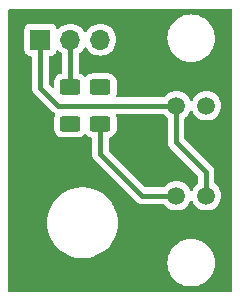
<source format=gbr>
%TF.GenerationSoftware,KiCad,Pcbnew,8.0.3*%
%TF.CreationDate,2024-06-20T22:57:56-06:00*%
%TF.ProjectId,Sensor,53656e73-6f72-42e6-9b69-6361645f7063,rev?*%
%TF.SameCoordinates,Original*%
%TF.FileFunction,Copper,L1,Top*%
%TF.FilePolarity,Positive*%
%FSLAX46Y46*%
G04 Gerber Fmt 4.6, Leading zero omitted, Abs format (unit mm)*
G04 Created by KiCad (PCBNEW 8.0.3) date 2024-06-20 22:57:56*
%MOMM*%
%LPD*%
G01*
G04 APERTURE LIST*
G04 Aperture macros list*
%AMRoundRect*
0 Rectangle with rounded corners*
0 $1 Rounding radius*
0 $2 $3 $4 $5 $6 $7 $8 $9 X,Y pos of 4 corners*
0 Add a 4 corners polygon primitive as box body*
4,1,4,$2,$3,$4,$5,$6,$7,$8,$9,$2,$3,0*
0 Add four circle primitives for the rounded corners*
1,1,$1+$1,$2,$3*
1,1,$1+$1,$4,$5*
1,1,$1+$1,$6,$7*
1,1,$1+$1,$8,$9*
0 Add four rect primitives between the rounded corners*
20,1,$1+$1,$2,$3,$4,$5,0*
20,1,$1+$1,$4,$5,$6,$7,0*
20,1,$1+$1,$6,$7,$8,$9,0*
20,1,$1+$1,$8,$9,$2,$3,0*%
G04 Aperture macros list end*
%TA.AperFunction,SMDPad,CuDef*%
%ADD10RoundRect,0.250000X-0.625000X0.400000X-0.625000X-0.400000X0.625000X-0.400000X0.625000X0.400000X0*%
%TD*%
%TA.AperFunction,ComponentPad*%
%ADD11C,1.500000*%
%TD*%
%TA.AperFunction,ComponentPad*%
%ADD12R,1.700000X1.700000*%
%TD*%
%TA.AperFunction,ComponentPad*%
%ADD13O,1.700000X1.700000*%
%TD*%
%TA.AperFunction,ViaPad*%
%ADD14C,0.600000*%
%TD*%
%TA.AperFunction,Conductor*%
%ADD15C,0.400000*%
%TD*%
G04 APERTURE END LIST*
D10*
%TO.P,220\u03A9,1*%
%TO.N,Net-(J1-Pin_2)*%
X144780000Y-93674000D03*
%TO.P,220\u03A9,2*%
%TO.N,Net-(J1-Pin_3)*%
X144780000Y-96774000D03*
%TD*%
%TO.P,10K\u03A9,1*%
%TO.N,Net-(J1-Pin_2)*%
X142240000Y-93674000D03*
%TO.P,10K\u03A9,2*%
%TO.N,Net-(O1-E+)*%
X142240000Y-96774000D03*
%TD*%
D11*
%TO.P,OPT1,1,E+*%
%TO.N,Net-(O1-E+)*%
X153737000Y-95247889D03*
%TO.P,OPT1,2,E-*%
%TO.N,Net-(J1-Pin_1)*%
X151197000Y-95247889D03*
%TO.P,OPT1,3,D+*%
%TO.N,Net-(J1-Pin_3)*%
X151197000Y-102867889D03*
%TO.P,OPT1,4,D-*%
%TO.N,Net-(J1-Pin_1)*%
X153737000Y-102867889D03*
%TD*%
D12*
%TO.P,J1,1,Pin_1*%
%TO.N,Net-(J1-Pin_1)*%
X139700000Y-89662000D03*
D13*
%TO.P,J1,2,Pin_2*%
%TO.N,Net-(J1-Pin_2)*%
X142240000Y-89662000D03*
%TO.P,J1,3,Pin_3*%
%TO.N,Net-(J1-Pin_3)*%
X144780000Y-89662000D03*
%TD*%
D14*
%TO.N,Net-(O1-E+)*%
X142240000Y-96774000D03*
%TO.N,Net-(J1-Pin_3)*%
X144780000Y-96774000D03*
%TD*%
D15*
%TO.N,Net-(J1-Pin_2)*%
X142240000Y-93674000D02*
X142240000Y-89662000D01*
%TO.N,Net-(J1-Pin_3)*%
X144780000Y-99314000D02*
X148333889Y-102867889D01*
X148333889Y-102867889D02*
X151197000Y-102867889D01*
X144780000Y-96774000D02*
X144780000Y-99314000D01*
%TO.N,Net-(J1-Pin_1)*%
X151197000Y-98365000D02*
X151197000Y-95247889D01*
X153737000Y-100905000D02*
X151197000Y-98365000D01*
X153737000Y-102867889D02*
X153737000Y-100905000D01*
X141480111Y-95247889D02*
X151197000Y-95247889D01*
X139700000Y-93726000D02*
X141224000Y-95250000D01*
X141224000Y-95250000D02*
X141478000Y-95250000D01*
X139700000Y-89662000D02*
X139700000Y-93726000D01*
X141478000Y-95250000D02*
X141480111Y-95247889D01*
%TD*%
%TA.AperFunction,NonConductor*%
G36*
X155906539Y-87080185D02*
G01*
X155952294Y-87132989D01*
X155963500Y-87184500D01*
X155963500Y-110935500D01*
X155943815Y-111002539D01*
X155891011Y-111048294D01*
X155839500Y-111059500D01*
X137088500Y-111059500D01*
X137021461Y-111039815D01*
X136975706Y-110987011D01*
X136964500Y-110935500D01*
X136964500Y-108553893D01*
X150454920Y-108553893D01*
X150454920Y-108553896D01*
X150475334Y-108839328D01*
X150536158Y-109118932D01*
X150636165Y-109387061D01*
X150773300Y-109638204D01*
X150773305Y-109638212D01*
X150944784Y-109867282D01*
X150944800Y-109867300D01*
X151147124Y-110069624D01*
X151147142Y-110069640D01*
X151376212Y-110241119D01*
X151376220Y-110241124D01*
X151627363Y-110378259D01*
X151627362Y-110378259D01*
X151627366Y-110378260D01*
X151627369Y-110378262D01*
X151895484Y-110478264D01*
X151895490Y-110478265D01*
X151895492Y-110478266D01*
X152175096Y-110539090D01*
X152175098Y-110539090D01*
X152175102Y-110539091D01*
X152428750Y-110557232D01*
X152460529Y-110559505D01*
X152460530Y-110559505D01*
X152460531Y-110559505D01*
X152489125Y-110557459D01*
X152745958Y-110539091D01*
X153025576Y-110478264D01*
X153293691Y-110378262D01*
X153544845Y-110241121D01*
X153773925Y-110069634D01*
X153976269Y-109867290D01*
X154147756Y-109638210D01*
X154284897Y-109387056D01*
X154384899Y-109118941D01*
X154445726Y-108839323D01*
X154466140Y-108553895D01*
X154445726Y-108268467D01*
X154384899Y-107988849D01*
X154284897Y-107720734D01*
X154204555Y-107573600D01*
X154147759Y-107469585D01*
X154147754Y-107469577D01*
X153976275Y-107240507D01*
X153976259Y-107240489D01*
X153773935Y-107038165D01*
X153773917Y-107038149D01*
X153544847Y-106866670D01*
X153544839Y-106866665D01*
X153293696Y-106729530D01*
X153293697Y-106729530D01*
X153186445Y-106689527D01*
X153025576Y-106629526D01*
X153025573Y-106629525D01*
X153025567Y-106629523D01*
X152745963Y-106568699D01*
X152460531Y-106548285D01*
X152460529Y-106548285D01*
X152175096Y-106568699D01*
X151895492Y-106629523D01*
X151627363Y-106729530D01*
X151376220Y-106866665D01*
X151376212Y-106866670D01*
X151147142Y-107038149D01*
X151147124Y-107038165D01*
X150944800Y-107240489D01*
X150944784Y-107240507D01*
X150773305Y-107469577D01*
X150773300Y-107469585D01*
X150636165Y-107720728D01*
X150536158Y-107988857D01*
X150475334Y-108268461D01*
X150454920Y-108553893D01*
X136964500Y-108553893D01*
X136964500Y-105155996D01*
X140250415Y-105155996D01*
X140250415Y-105156003D01*
X140270738Y-105504927D01*
X140270739Y-105504938D01*
X140331428Y-105849127D01*
X140331430Y-105849134D01*
X140431674Y-106183972D01*
X140570107Y-106504895D01*
X140570113Y-106504908D01*
X140744870Y-106807597D01*
X140953584Y-107087949D01*
X140953589Y-107087955D01*
X140998114Y-107135148D01*
X141193442Y-107342183D01*
X141345265Y-107469577D01*
X141461186Y-107566847D01*
X141461194Y-107566853D01*
X141753203Y-107758911D01*
X141753207Y-107758913D01*
X142065549Y-107915777D01*
X142393989Y-108035319D01*
X142734086Y-108115923D01*
X143081241Y-108156500D01*
X143081248Y-108156500D01*
X143430752Y-108156500D01*
X143430759Y-108156500D01*
X143777914Y-108115923D01*
X144118011Y-108035319D01*
X144446451Y-107915777D01*
X144758793Y-107758913D01*
X145050811Y-107566849D01*
X145318558Y-107342183D01*
X145558412Y-107087953D01*
X145767130Y-106807596D01*
X145941889Y-106504904D01*
X146080326Y-106183971D01*
X146180569Y-105849136D01*
X146241262Y-105504927D01*
X146261585Y-105156000D01*
X146241262Y-104807073D01*
X146241260Y-104807061D01*
X146180571Y-104462872D01*
X146180569Y-104462865D01*
X146080325Y-104128027D01*
X146057447Y-104074989D01*
X145941889Y-103807096D01*
X145788530Y-103541470D01*
X145767129Y-103504402D01*
X145558415Y-103224050D01*
X145558410Y-103224044D01*
X145428043Y-103085864D01*
X145318558Y-102969817D01*
X145170488Y-102845572D01*
X145050813Y-102745152D01*
X145050805Y-102745146D01*
X144758796Y-102553088D01*
X144446458Y-102396226D01*
X144446452Y-102396223D01*
X144118012Y-102276681D01*
X144118009Y-102276680D01*
X143777915Y-102196077D01*
X143734519Y-102191004D01*
X143430759Y-102155500D01*
X143081241Y-102155500D01*
X142777480Y-102191004D01*
X142734085Y-102196077D01*
X142734083Y-102196077D01*
X142393990Y-102276680D01*
X142393987Y-102276681D01*
X142065547Y-102396223D01*
X142065541Y-102396226D01*
X141753203Y-102553088D01*
X141461194Y-102745146D01*
X141461186Y-102745152D01*
X141193442Y-102969817D01*
X141193440Y-102969819D01*
X140953589Y-103224044D01*
X140953584Y-103224050D01*
X140744870Y-103504402D01*
X140570113Y-103807091D01*
X140570107Y-103807104D01*
X140431674Y-104128027D01*
X140331430Y-104462865D01*
X140331428Y-104462872D01*
X140270739Y-104807061D01*
X140270738Y-104807072D01*
X140250415Y-105155996D01*
X136964500Y-105155996D01*
X136964500Y-88764135D01*
X138349500Y-88764135D01*
X138349500Y-90559870D01*
X138349501Y-90559876D01*
X138355908Y-90619483D01*
X138406202Y-90754328D01*
X138406206Y-90754335D01*
X138492452Y-90869544D01*
X138492455Y-90869547D01*
X138607664Y-90955793D01*
X138607671Y-90955797D01*
X138652618Y-90972561D01*
X138742517Y-91006091D01*
X138802127Y-91012500D01*
X138875500Y-91012499D01*
X138942538Y-91032183D01*
X138988294Y-91084986D01*
X138999500Y-91136499D01*
X138999500Y-93657006D01*
X138999500Y-93794994D01*
X138999500Y-93794996D01*
X138999499Y-93794996D01*
X139026418Y-93930322D01*
X139026421Y-93930332D01*
X139079222Y-94057807D01*
X139155887Y-94172545D01*
X139155888Y-94172546D01*
X140679886Y-95696542D01*
X140777458Y-95794114D01*
X140777459Y-95794115D01*
X140897254Y-95874160D01*
X140896166Y-95875788D01*
X140939565Y-95918407D01*
X140955036Y-95986542D01*
X140936819Y-96043911D01*
X140930189Y-96054660D01*
X140930185Y-96054668D01*
X140911388Y-96111394D01*
X140875001Y-96221203D01*
X140875001Y-96221204D01*
X140875000Y-96221204D01*
X140864500Y-96323983D01*
X140864500Y-97224001D01*
X140864501Y-97224019D01*
X140875000Y-97326796D01*
X140875001Y-97326799D01*
X140930185Y-97493331D01*
X140930186Y-97493334D01*
X141022288Y-97642656D01*
X141146344Y-97766712D01*
X141295666Y-97858814D01*
X141462203Y-97913999D01*
X141564991Y-97924500D01*
X142915008Y-97924499D01*
X143017797Y-97913999D01*
X143184334Y-97858814D01*
X143333656Y-97766712D01*
X143422319Y-97678049D01*
X143483642Y-97644564D01*
X143553334Y-97649548D01*
X143597681Y-97678049D01*
X143686344Y-97766712D01*
X143835666Y-97858814D01*
X143957580Y-97899212D01*
X143994504Y-97911448D01*
X144051949Y-97951221D01*
X144078772Y-98015737D01*
X144079500Y-98029154D01*
X144079500Y-99245006D01*
X144079500Y-99382994D01*
X144079500Y-99382996D01*
X144079499Y-99382996D01*
X144106418Y-99518322D01*
X144106421Y-99518332D01*
X144159222Y-99645807D01*
X144235887Y-99760545D01*
X147887343Y-103412001D01*
X148002081Y-103488666D01*
X148129556Y-103541467D01*
X148129561Y-103541469D01*
X148129565Y-103541469D01*
X148129566Y-103541470D01*
X148264892Y-103568389D01*
X148264895Y-103568389D01*
X148264896Y-103568389D01*
X150096366Y-103568389D01*
X150163405Y-103588074D01*
X150197940Y-103621265D01*
X150235402Y-103674766D01*
X150390123Y-103829487D01*
X150569361Y-103954991D01*
X150767670Y-104047464D01*
X150979023Y-104104096D01*
X151161926Y-104120097D01*
X151196998Y-104123166D01*
X151197000Y-104123166D01*
X151197002Y-104123166D01*
X151225254Y-104120694D01*
X151414977Y-104104096D01*
X151626330Y-104047464D01*
X151824639Y-103954991D01*
X152003877Y-103829487D01*
X152158598Y-103674766D01*
X152284102Y-103495528D01*
X152354618Y-103344303D01*
X152400790Y-103291866D01*
X152467984Y-103272714D01*
X152534865Y-103292930D01*
X152579381Y-103344303D01*
X152649898Y-103495528D01*
X152775402Y-103674766D01*
X152930123Y-103829487D01*
X153109361Y-103954991D01*
X153307670Y-104047464D01*
X153519023Y-104104096D01*
X153701926Y-104120097D01*
X153736998Y-104123166D01*
X153737000Y-104123166D01*
X153737002Y-104123166D01*
X153765254Y-104120694D01*
X153954977Y-104104096D01*
X154166330Y-104047464D01*
X154364639Y-103954991D01*
X154543877Y-103829487D01*
X154698598Y-103674766D01*
X154824102Y-103495528D01*
X154916575Y-103297219D01*
X154973207Y-103085866D01*
X154992277Y-102867889D01*
X154973207Y-102649912D01*
X154916575Y-102438559D01*
X154824102Y-102240251D01*
X154824100Y-102240248D01*
X154824099Y-102240246D01*
X154698599Y-102061013D01*
X154698598Y-102061012D01*
X154543877Y-101906291D01*
X154543872Y-101906288D01*
X154543869Y-101906285D01*
X154490376Y-101868828D01*
X154446751Y-101814251D01*
X154437500Y-101767254D01*
X154437500Y-100836004D01*
X154410581Y-100700677D01*
X154410580Y-100700676D01*
X154410580Y-100700672D01*
X154410578Y-100700667D01*
X154357778Y-100573195D01*
X154357771Y-100573182D01*
X154281115Y-100458459D01*
X154281114Y-100458458D01*
X154183542Y-100360886D01*
X151933819Y-98111162D01*
X151900334Y-98049839D01*
X151897500Y-98023481D01*
X151897500Y-96348523D01*
X151917185Y-96281484D01*
X151950377Y-96246948D01*
X151987143Y-96221204D01*
X152003877Y-96209487D01*
X152158598Y-96054766D01*
X152284102Y-95875528D01*
X152354618Y-95724303D01*
X152400790Y-95671866D01*
X152467984Y-95652714D01*
X152534865Y-95672930D01*
X152579381Y-95724303D01*
X152649898Y-95875528D01*
X152775402Y-96054766D01*
X152930123Y-96209487D01*
X153109361Y-96334991D01*
X153307670Y-96427464D01*
X153519023Y-96484096D01*
X153701926Y-96500097D01*
X153736998Y-96503166D01*
X153737000Y-96503166D01*
X153737002Y-96503166D01*
X153765254Y-96500694D01*
X153954977Y-96484096D01*
X154166330Y-96427464D01*
X154364639Y-96334991D01*
X154543877Y-96209487D01*
X154698598Y-96054766D01*
X154824102Y-95875528D01*
X154916575Y-95677219D01*
X154973207Y-95465866D01*
X154992277Y-95247889D01*
X154973207Y-95029912D01*
X154916575Y-94818559D01*
X154824102Y-94620251D01*
X154824100Y-94620248D01*
X154824099Y-94620246D01*
X154698599Y-94441013D01*
X154641971Y-94384385D01*
X154543877Y-94286291D01*
X154381431Y-94172545D01*
X154364638Y-94160786D01*
X154265484Y-94114550D01*
X154166330Y-94068314D01*
X154166326Y-94068313D01*
X154166322Y-94068311D01*
X153954977Y-94011682D01*
X153737002Y-93992612D01*
X153736998Y-93992612D01*
X153591682Y-94005325D01*
X153519023Y-94011682D01*
X153519020Y-94011682D01*
X153307677Y-94068311D01*
X153307668Y-94068315D01*
X153109361Y-94160787D01*
X153109357Y-94160789D01*
X152930121Y-94286291D01*
X152775402Y-94441010D01*
X152649900Y-94620246D01*
X152649898Y-94620250D01*
X152579382Y-94771472D01*
X152533209Y-94823911D01*
X152466016Y-94843063D01*
X152399135Y-94822847D01*
X152354618Y-94771472D01*
X152340118Y-94740377D01*
X152284102Y-94620251D01*
X152284100Y-94620248D01*
X152284099Y-94620246D01*
X152158599Y-94441013D01*
X152101971Y-94384385D01*
X152003877Y-94286291D01*
X151841431Y-94172545D01*
X151824638Y-94160786D01*
X151725484Y-94114550D01*
X151626330Y-94068314D01*
X151626326Y-94068313D01*
X151626322Y-94068311D01*
X151414977Y-94011682D01*
X151197002Y-93992612D01*
X151196998Y-93992612D01*
X151051682Y-94005325D01*
X150979023Y-94011682D01*
X150979020Y-94011682D01*
X150767677Y-94068311D01*
X150767668Y-94068315D01*
X150569361Y-94160787D01*
X150569357Y-94160789D01*
X150390124Y-94286289D01*
X150235398Y-94441016D01*
X150197941Y-94494512D01*
X150143365Y-94538137D01*
X150096366Y-94547389D01*
X146210485Y-94547389D01*
X146143446Y-94527704D01*
X146097691Y-94474900D01*
X146087747Y-94405742D01*
X146092779Y-94384385D01*
X146144999Y-94226797D01*
X146155500Y-94124009D01*
X146155499Y-93223992D01*
X146144999Y-93121203D01*
X146089814Y-92954666D01*
X145997712Y-92805344D01*
X145873656Y-92681288D01*
X145724334Y-92589186D01*
X145557797Y-92534001D01*
X145557795Y-92534000D01*
X145455010Y-92523500D01*
X144104998Y-92523500D01*
X144104981Y-92523501D01*
X144002203Y-92534000D01*
X144002200Y-92534001D01*
X143835668Y-92589185D01*
X143835663Y-92589187D01*
X143686342Y-92681289D01*
X143597681Y-92769951D01*
X143536358Y-92803436D01*
X143466666Y-92798452D01*
X143422319Y-92769951D01*
X143333657Y-92681289D01*
X143333656Y-92681288D01*
X143184334Y-92589186D01*
X143184331Y-92589185D01*
X143025496Y-92536552D01*
X142968051Y-92496779D01*
X142941228Y-92432263D01*
X142940500Y-92418846D01*
X142940500Y-90884711D01*
X142960185Y-90817672D01*
X142993377Y-90783136D01*
X143034519Y-90754328D01*
X143111401Y-90700495D01*
X143278495Y-90533401D01*
X143408425Y-90347842D01*
X143463002Y-90304217D01*
X143532500Y-90297023D01*
X143594855Y-90328546D01*
X143611575Y-90347842D01*
X143741500Y-90533395D01*
X143741505Y-90533401D01*
X143908599Y-90700495D01*
X144005384Y-90768265D01*
X144102165Y-90836032D01*
X144102167Y-90836033D01*
X144102170Y-90836035D01*
X144316337Y-90935903D01*
X144544592Y-90997063D01*
X144721034Y-91012500D01*
X144779999Y-91017659D01*
X144780000Y-91017659D01*
X144780001Y-91017659D01*
X144838966Y-91012500D01*
X145015408Y-90997063D01*
X145243663Y-90935903D01*
X145457830Y-90836035D01*
X145651401Y-90700495D01*
X145818495Y-90533401D01*
X145954035Y-90339830D01*
X146053903Y-90125663D01*
X146115063Y-89897408D01*
X146135659Y-89662000D01*
X146123498Y-89522998D01*
X150452311Y-89522998D01*
X150452311Y-89523001D01*
X150472725Y-89808433D01*
X150533549Y-90088037D01*
X150533551Y-90088043D01*
X150533552Y-90088046D01*
X150547583Y-90125664D01*
X150633556Y-90356166D01*
X150770691Y-90607309D01*
X150770696Y-90607317D01*
X150942175Y-90836387D01*
X150942191Y-90836405D01*
X151144515Y-91038729D01*
X151144533Y-91038745D01*
X151373603Y-91210224D01*
X151373611Y-91210229D01*
X151624754Y-91347364D01*
X151624753Y-91347364D01*
X151624757Y-91347365D01*
X151624760Y-91347367D01*
X151892875Y-91447369D01*
X151892881Y-91447370D01*
X151892883Y-91447371D01*
X152172487Y-91508195D01*
X152172489Y-91508195D01*
X152172493Y-91508196D01*
X152426141Y-91526337D01*
X152457920Y-91528610D01*
X152457921Y-91528610D01*
X152457922Y-91528610D01*
X152486516Y-91526564D01*
X152743349Y-91508196D01*
X153022967Y-91447369D01*
X153291082Y-91347367D01*
X153542236Y-91210226D01*
X153771316Y-91038739D01*
X153973660Y-90836395D01*
X153973930Y-90836035D01*
X154035092Y-90754331D01*
X154145147Y-90607315D01*
X154282288Y-90356161D01*
X154382290Y-90088046D01*
X154443117Y-89808428D01*
X154463531Y-89523000D01*
X154443117Y-89237572D01*
X154434583Y-89198344D01*
X154382292Y-88957962D01*
X154382291Y-88957960D01*
X154382290Y-88957954D01*
X154282288Y-88689839D01*
X154246067Y-88623506D01*
X154145150Y-88438690D01*
X154145145Y-88438682D01*
X153973666Y-88209612D01*
X153973650Y-88209594D01*
X153771326Y-88007270D01*
X153771308Y-88007254D01*
X153542238Y-87835775D01*
X153542230Y-87835770D01*
X153291087Y-87698635D01*
X153291088Y-87698635D01*
X153183836Y-87658632D01*
X153022967Y-87598631D01*
X153022964Y-87598630D01*
X153022958Y-87598628D01*
X152743354Y-87537804D01*
X152457922Y-87517390D01*
X152457920Y-87517390D01*
X152172487Y-87537804D01*
X151892883Y-87598628D01*
X151624754Y-87698635D01*
X151373611Y-87835770D01*
X151373603Y-87835775D01*
X151144533Y-88007254D01*
X151144515Y-88007270D01*
X150942191Y-88209594D01*
X150942175Y-88209612D01*
X150770696Y-88438682D01*
X150770691Y-88438690D01*
X150633556Y-88689833D01*
X150533549Y-88957962D01*
X150472725Y-89237566D01*
X150452311Y-89522998D01*
X146123498Y-89522998D01*
X146115063Y-89426592D01*
X146053903Y-89198337D01*
X145954035Y-88984171D01*
X145948425Y-88976158D01*
X145818494Y-88790597D01*
X145651402Y-88623506D01*
X145651395Y-88623501D01*
X145457834Y-88487967D01*
X145457830Y-88487965D01*
X145457828Y-88487964D01*
X145243663Y-88388097D01*
X145243659Y-88388096D01*
X145243655Y-88388094D01*
X145015413Y-88326938D01*
X145015403Y-88326936D01*
X144780001Y-88306341D01*
X144779999Y-88306341D01*
X144544596Y-88326936D01*
X144544586Y-88326938D01*
X144316344Y-88388094D01*
X144316335Y-88388098D01*
X144102171Y-88487964D01*
X144102169Y-88487965D01*
X143908597Y-88623505D01*
X143741505Y-88790597D01*
X143611575Y-88976158D01*
X143556998Y-89019783D01*
X143487500Y-89026977D01*
X143425145Y-88995454D01*
X143408425Y-88976158D01*
X143278494Y-88790597D01*
X143111402Y-88623506D01*
X143111395Y-88623501D01*
X142917834Y-88487967D01*
X142917830Y-88487965D01*
X142917828Y-88487964D01*
X142703663Y-88388097D01*
X142703659Y-88388096D01*
X142703655Y-88388094D01*
X142475413Y-88326938D01*
X142475403Y-88326936D01*
X142240001Y-88306341D01*
X142239999Y-88306341D01*
X142004596Y-88326936D01*
X142004586Y-88326938D01*
X141776344Y-88388094D01*
X141776335Y-88388098D01*
X141562171Y-88487964D01*
X141562169Y-88487965D01*
X141368600Y-88623503D01*
X141246673Y-88745430D01*
X141185350Y-88778914D01*
X141115658Y-88773930D01*
X141059725Y-88732058D01*
X141042810Y-88701081D01*
X140993797Y-88569671D01*
X140993793Y-88569664D01*
X140907547Y-88454455D01*
X140907544Y-88454452D01*
X140792335Y-88368206D01*
X140792328Y-88368202D01*
X140657482Y-88317908D01*
X140657483Y-88317908D01*
X140597883Y-88311501D01*
X140597881Y-88311500D01*
X140597873Y-88311500D01*
X140597864Y-88311500D01*
X138802129Y-88311500D01*
X138802123Y-88311501D01*
X138742516Y-88317908D01*
X138607671Y-88368202D01*
X138607664Y-88368206D01*
X138492455Y-88454452D01*
X138492452Y-88454455D01*
X138406206Y-88569664D01*
X138406202Y-88569671D01*
X138355908Y-88704517D01*
X138349501Y-88764116D01*
X138349500Y-88764135D01*
X136964500Y-88764135D01*
X136964500Y-87184500D01*
X136984185Y-87117461D01*
X137036989Y-87071706D01*
X137088500Y-87060500D01*
X155839500Y-87060500D01*
X155906539Y-87080185D01*
G37*
%TD.AperFunction*%
%TA.AperFunction,NonConductor*%
G36*
X141218418Y-90557417D02*
G01*
X141246670Y-90578566D01*
X141368597Y-90700493D01*
X141368600Y-90700496D01*
X141486623Y-90783136D01*
X141530248Y-90837713D01*
X141539500Y-90884711D01*
X141539500Y-92418845D01*
X141519815Y-92485884D01*
X141467011Y-92531639D01*
X141454505Y-92536551D01*
X141295666Y-92589186D01*
X141295663Y-92589187D01*
X141146342Y-92681289D01*
X141022289Y-92805342D01*
X140930187Y-92954663D01*
X140930186Y-92954666D01*
X140875001Y-93121203D01*
X140875001Y-93121204D01*
X140875000Y-93121204D01*
X140864500Y-93223983D01*
X140864500Y-93600481D01*
X140844815Y-93667520D01*
X140792011Y-93713275D01*
X140722853Y-93723219D01*
X140659297Y-93694194D01*
X140652819Y-93688162D01*
X140436819Y-93472162D01*
X140403334Y-93410839D01*
X140400500Y-93384481D01*
X140400500Y-91136499D01*
X140420185Y-91069460D01*
X140472989Y-91023705D01*
X140524500Y-91012499D01*
X140597871Y-91012499D01*
X140597872Y-91012499D01*
X140657483Y-91006091D01*
X140792331Y-90955796D01*
X140907546Y-90869546D01*
X140993796Y-90754331D01*
X141042810Y-90622916D01*
X141084681Y-90566984D01*
X141150145Y-90542566D01*
X141218418Y-90557417D01*
G37*
%TD.AperFunction*%
%TA.AperFunction,NonConductor*%
G36*
X150163405Y-95968074D02*
G01*
X150197941Y-96001266D01*
X150235398Y-96054761D01*
X150235403Y-96054767D01*
X150390121Y-96209485D01*
X150390127Y-96209490D01*
X150443623Y-96246948D01*
X150487248Y-96301524D01*
X150496500Y-96348523D01*
X150496500Y-98296006D01*
X150496500Y-98433994D01*
X150496500Y-98433996D01*
X150496499Y-98433996D01*
X150523418Y-98569322D01*
X150523421Y-98569332D01*
X150576222Y-98696807D01*
X150652887Y-98811545D01*
X150652888Y-98811546D01*
X153000181Y-101158837D01*
X153033666Y-101220160D01*
X153036500Y-101246518D01*
X153036500Y-101767254D01*
X153016815Y-101834293D01*
X152983624Y-101868828D01*
X152930130Y-101906285D01*
X152930127Y-101906287D01*
X152775400Y-102061013D01*
X152649900Y-102240246D01*
X152649898Y-102240250D01*
X152579382Y-102391472D01*
X152533209Y-102443911D01*
X152466016Y-102463063D01*
X152399135Y-102442847D01*
X152354618Y-102391472D01*
X152340118Y-102360377D01*
X152284102Y-102240251D01*
X152284100Y-102240248D01*
X152284099Y-102240246D01*
X152158599Y-102061013D01*
X152158598Y-102061012D01*
X152003877Y-101906291D01*
X151824639Y-101780787D01*
X151824640Y-101780787D01*
X151824638Y-101780786D01*
X151725484Y-101734550D01*
X151626330Y-101688314D01*
X151626326Y-101688313D01*
X151626322Y-101688311D01*
X151414977Y-101631682D01*
X151197002Y-101612612D01*
X151196998Y-101612612D01*
X151051682Y-101625325D01*
X150979023Y-101631682D01*
X150979020Y-101631682D01*
X150767677Y-101688311D01*
X150767668Y-101688315D01*
X150569361Y-101780787D01*
X150569357Y-101780789D01*
X150390124Y-101906289D01*
X150235398Y-102061016D01*
X150197941Y-102114512D01*
X150143365Y-102158137D01*
X150096366Y-102167389D01*
X148675408Y-102167389D01*
X148608369Y-102147704D01*
X148587727Y-102131070D01*
X145516819Y-99060162D01*
X145483334Y-98998839D01*
X145480500Y-98972481D01*
X145480500Y-98029154D01*
X145500185Y-97962115D01*
X145552989Y-97916360D01*
X145565496Y-97911448D01*
X145592179Y-97902605D01*
X145724334Y-97858814D01*
X145873656Y-97766712D01*
X145997712Y-97642656D01*
X146089814Y-97493334D01*
X146144999Y-97326797D01*
X146155500Y-97224009D01*
X146155499Y-96323992D01*
X146144999Y-96221203D01*
X146108610Y-96111391D01*
X146106209Y-96041565D01*
X146141940Y-95981523D01*
X146204461Y-95950330D01*
X146226317Y-95948389D01*
X150096366Y-95948389D01*
X150163405Y-95968074D01*
G37*
%TD.AperFunction*%
M02*

</source>
